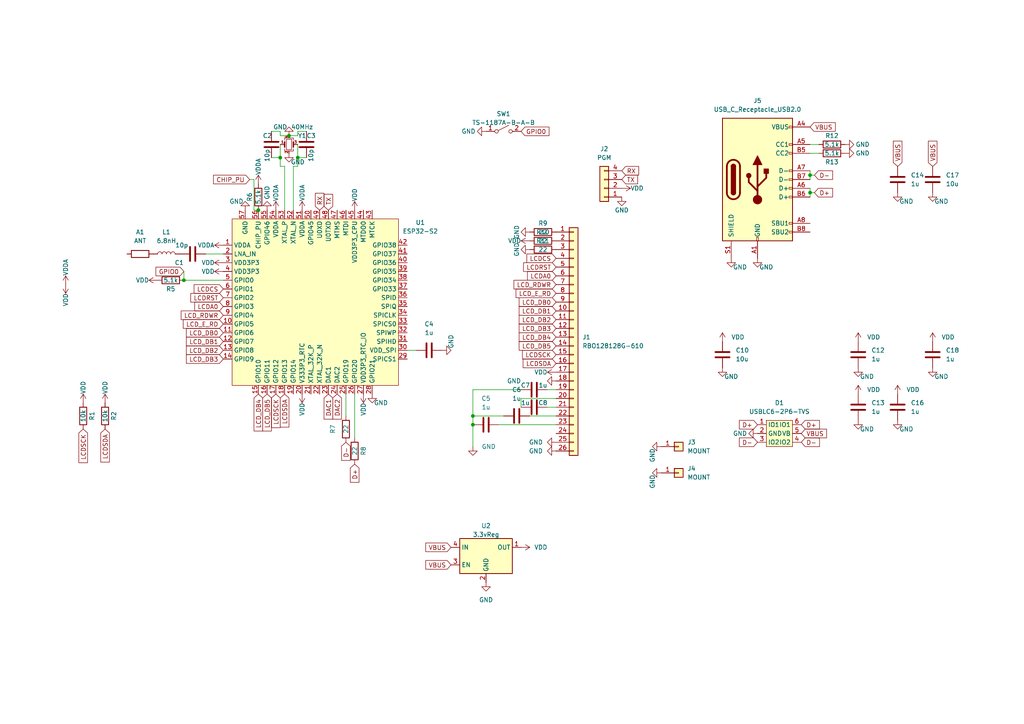
<source format=kicad_sch>
(kicad_sch (version 20211123) (generator eeschema)
  (paper "A4")
  (lib_symbols
    (symbol "Connector:USB_C_Receptacle_USB2.0" (pin_names (offset 1.016))
      (property "Reference" "J" (at -10.16 19.05 0))
      (property "Value" "USB_C_Receptacle_USB2.0" (at 19.05 19.05 0))
      (symbol "USB_C_Receptacle_USB2.0_0_0"
        (rectangle (start -0.254 -17.78) (end 0.254 -16.764))
        (rectangle (start 10.16 -14.986) (end 9.144 -15.494))
        (rectangle (start 10.16 -12.446) (end 9.144 -12.954))
        (rectangle (start 10.16 -4.826) (end 9.144 -5.334))
        (rectangle (start 10.16 -2.286) (end 9.144 -2.794))
        (rectangle (start 10.16 0.254) (end 9.144 -0.254))
        (rectangle (start 10.16 2.794) (end 9.144 2.286))
        (rectangle (start 10.16 7.874) (end 9.144 7.366))
        (rectangle (start 10.16 10.414) (end 9.144 9.906))
        (rectangle (start 10.16 15.494) (end 9.144 14.986))
      )
      (symbol "USB_C_Receptacle_USB2.0_0_1"
        (rectangle (start -10.16 17.78) (end 10.16 -17.78) (stroke (width 0.254)) (fill (type background)))
        (arc (start -8.89 -3.81) (mid -6.985 -5.715) (end -5.08 -3.81) (stroke (width 0.508)))
        (arc (start -7.62 -3.81) (mid -6.985 -4.445) (end -6.35 -3.81) (stroke (width 0.254)))
        (arc (start -7.62 -3.81) (mid -6.985 -4.445) (end -6.35 -3.81) (stroke (width 0.254)) (fill (type outline)))
        (rectangle (start -7.62 -3.81) (end -6.35 3.81) (stroke (width 0.254)) (fill (type outline)))
        (arc (start -6.35 3.81) (mid -6.985 4.445) (end -7.62 3.81) (stroke (width 0.254)))
        (arc (start -6.35 3.81) (mid -6.985 4.445) (end -7.62 3.81) (stroke (width 0.254)) (fill (type outline)))
        (arc (start -5.08 3.81) (mid -6.985 5.715) (end -8.89 3.81) (stroke (width 0.508)))
        (circle (center -2.54 1.143) (radius 0.635) (stroke (width 0.254)) (fill (type outline)))
        (circle (center 0 -5.842) (radius 1.27) (fill (type outline)))
        (polyline (pts (xy -8.89 -3.81) (xy -8.89 3.81)) (stroke (width 0.508)))
        (polyline (pts (xy -5.08 3.81) (xy -5.08 -3.81)) (stroke (width 0.508)))
        (polyline (pts (xy 0 -5.842) (xy 0 4.318)) (stroke (width 0.508)))
        (polyline (pts (xy 0 -3.302) (xy -2.54 -0.762) (xy -2.54 0.508)) (stroke (width 0.508)))
        (polyline (pts (xy 0 -2.032) (xy 2.54 0.508) (xy 2.54 1.778)) (stroke (width 0.508)))
        (polyline (pts (xy -1.27 4.318) (xy 0 6.858) (xy 1.27 4.318) (xy -1.27 4.318)) (stroke (width 0.254)) (fill (type outline)))
        (rectangle (start 1.905 1.778) (end 3.175 3.048) (stroke (width 0.254)) (fill (type outline)))
      )
      (symbol "USB_C_Receptacle_USB2.0_1_1"
        (pin passive line (at 0 -22.86 90) (length 5.08) (name "GND") (number "A1"))
        (pin passive line (at 0 -22.86 90) (length 5.08) hide (name "GND") (number "A12"))
        (pin passive line (at 15.24 15.24 180) (length 5.08) (name "VBUS") (number "A4"))
        (pin bidirectional line (at 15.24 10.16 180) (length 5.08) (name "CC1") (number "A5"))
        (pin bidirectional line (at 15.24 -2.54 180) (length 5.08) (name "D+") (number "A6"))
        (pin bidirectional line (at 15.24 2.54 180) (length 5.08) (name "D-") (number "A7"))
        (pin bidirectional line (at 15.24 -12.7 180) (length 5.08) (name "SBU1") (number "A8"))
        (pin passive line (at 15.24 15.24 180) (length 5.08) hide (name "VBUS") (number "A9"))
        (pin passive line (at 0 -22.86 90) (length 5.08) hide (name "GND") (number "B1"))
        (pin passive line (at 0 -22.86 90) (length 5.08) hide (name "GND") (number "B12"))
        (pin passive line (at 15.24 15.24 180) (length 5.08) hide (name "VBUS") (number "B4"))
        (pin bidirectional line (at 15.24 7.62 180) (length 5.08) (name "CC2") (number "B5"))
        (pin bidirectional line (at 15.24 -5.08 180) (length 5.08) (name "D+") (number "B6"))
        (pin bidirectional line (at 15.24 0 180) (length 5.08) (name "D-") (number "B7"))
        (pin bidirectional line (at 15.24 -15.24 180) (length 5.08) (name "SBU2") (number "B8"))
        (pin passive line (at 15.24 15.24 180) (length 5.08) hide (name "VBUS") (number "B9"))
        (pin passive line (at -7.62 -22.86 90) (length 5.08) (name "SHIELD") (number "S1"))
      )
    )
    (symbol "Connector_Generic:Conn_01x01" (pin_names (offset 1.016) hide)
      (property "Reference" "J" (at 0 2.54 0))
      (property "Value" "Conn_01x01" (at 0 -2.54 0))
      (symbol "Conn_01x01_1_1"
        (rectangle (start -1.27 0.127) (end 0 -0.127) (stroke (width 0.1524)))
        (rectangle (start -1.27 1.27) (end 1.27 -1.27) (stroke (width 0.254)) (fill (type background)))
        (pin passive line (at -5.08 0 0) (length 3.81) (name "Pin_1") (number "1"))
      )
    )
    (symbol "Connector_Generic:Conn_01x04" (pin_names (offset 1.016) hide)
      (property "Reference" "J" (at 0 5.08 0))
      (property "Value" "Conn_01x04" (at 0 -7.62 0))
      (symbol "Conn_01x04_1_1"
        (rectangle (start -1.27 -4.953) (end 0 -5.207) (stroke (width 0.1524)))
        (rectangle (start -1.27 -2.413) (end 0 -2.667) (stroke (width 0.1524)))
        (rectangle (start -1.27 0.127) (end 0 -0.127) (stroke (width 0.1524)))
        (rectangle (start -1.27 2.667) (end 0 2.413) (stroke (width 0.1524)))
        (rectangle (start -1.27 3.81) (end 1.27 -6.35) (stroke (width 0.254)) (fill (type background)))
        (pin passive line (at -5.08 2.54 0) (length 3.81) (name "Pin_1") (number "1"))
        (pin passive line (at -5.08 0 0) (length 3.81) (name "Pin_2") (number "2"))
        (pin passive line (at -5.08 -2.54 0) (length 3.81) (name "Pin_3") (number "3"))
        (pin passive line (at -5.08 -5.08 0) (length 3.81) (name "Pin_4") (number "4"))
      )
    )
    (symbol "Connector_Generic:Conn_01x26" (pin_names (offset 1.016) hide)
      (property "Reference" "J" (at 0 33.02 0))
      (property "Value" "Conn_01x26" (at 0 -35.56 0))
      (symbol "Conn_01x26_1_1"
        (rectangle (start -1.27 -32.893) (end 0 -33.147) (stroke (width 0.1524)))
        (rectangle (start -1.27 -30.353) (end 0 -30.607) (stroke (width 0.1524)))
        (rectangle (start -1.27 -27.813) (end 0 -28.067) (stroke (width 0.1524)))
        (rectangle (start -1.27 -25.273) (end 0 -25.527) (stroke (width 0.1524)))
        (rectangle (start -1.27 -22.733) (end 0 -22.987) (stroke (width 0.1524)))
        (rectangle (start -1.27 -20.193) (end 0 -20.447) (stroke (width 0.1524)))
        (rectangle (start -1.27 -17.653) (end 0 -17.907) (stroke (width 0.1524)))
        (rectangle (start -1.27 -15.113) (end 0 -15.367) (stroke (width 0.1524)))
        (rectangle (start -1.27 -12.573) (end 0 -12.827) (stroke (width 0.1524)))
        (rectangle (start -1.27 -10.033) (end 0 -10.287) (stroke (width 0.1524)))
        (rectangle (start -1.27 -7.493) (end 0 -7.747) (stroke (width 0.1524)))
        (rectangle (start -1.27 -4.953) (end 0 -5.207) (stroke (width 0.1524)))
        (rectangle (start -1.27 -2.413) (end 0 -2.667) (stroke (width 0.1524)))
        (rectangle (start -1.27 0.127) (end 0 -0.127) (stroke (width 0.1524)))
        (rectangle (start -1.27 2.667) (end 0 2.413) (stroke (width 0.1524)))
        (rectangle (start -1.27 5.207) (end 0 4.953) (stroke (width 0.1524)))
        (rectangle (start -1.27 7.747) (end 0 7.493) (stroke (width 0.1524)))
        (rectangle (start -1.27 10.287) (end 0 10.033) (stroke (width 0.1524)))
        (rectangle (start -1.27 12.827) (end 0 12.573) (stroke (width 0.1524)))
        (rectangle (start -1.27 15.367) (end 0 15.113) (stroke (width 0.1524)))
        (rectangle (start -1.27 17.907) (end 0 17.653) (stroke (width 0.1524)))
        (rectangle (start -1.27 20.447) (end 0 20.193) (stroke (width 0.1524)))
        (rectangle (start -1.27 22.987) (end 0 22.733) (stroke (width 0.1524)))
        (rectangle (start -1.27 25.527) (end 0 25.273) (stroke (width 0.1524)))
        (rectangle (start -1.27 28.067) (end 0 27.813) (stroke (width 0.1524)))
        (rectangle (start -1.27 30.607) (end 0 30.353) (stroke (width 0.1524)))
        (rectangle (start -1.27 31.75) (end 1.27 -34.29) (stroke (width 0.254)) (fill (type background)))
        (pin passive line (at -5.08 30.48 0) (length 3.81) (name "Pin_1") (number "1"))
        (pin passive line (at -5.08 7.62 0) (length 3.81) (name "Pin_10") (number "10"))
        (pin passive line (at -5.08 5.08 0) (length 3.81) (name "Pin_11") (number "11"))
        (pin passive line (at -5.08 2.54 0) (length 3.81) (name "Pin_12") (number "12"))
        (pin passive line (at -5.08 0 0) (length 3.81) (name "Pin_13") (number "13"))
        (pin passive line (at -5.08 -2.54 0) (length 3.81) (name "Pin_14") (number "14"))
        (pin passive line (at -5.08 -5.08 0) (length 3.81) (name "Pin_15") (number "15"))
        (pin passive line (at -5.08 -7.62 0) (length 3.81) (name "Pin_16") (number "16"))
        (pin passive line (at -5.08 -10.16 0) (length 3.81) (name "Pin_17") (number "17"))
        (pin passive line (at -5.08 -12.7 0) (length 3.81) (name "Pin_18") (number "18"))
        (pin passive line (at -5.08 -15.24 0) (length 3.81) (name "Pin_19") (number "19"))
        (pin passive line (at -5.08 27.94 0) (length 3.81) (name "Pin_2") (number "2"))
        (pin passive line (at -5.08 -17.78 0) (length 3.81) (name "Pin_20") (number "20"))
        (pin passive line (at -5.08 -20.32 0) (length 3.81) (name "Pin_21") (number "21"))
        (pin passive line (at -5.08 -22.86 0) (length 3.81) (name "Pin_22") (number "22"))
        (pin passive line (at -5.08 -25.4 0) (length 3.81) (name "Pin_23") (number "23"))
        (pin passive line (at -5.08 -27.94 0) (length 3.81) (name "Pin_24") (number "24"))
        (pin passive line (at -5.08 -30.48 0) (length 3.81) (name "Pin_25") (number "25"))
        (pin passive line (at -5.08 -33.02 0) (length 3.81) (name "Pin_26") (number "26"))
        (pin passive line (at -5.08 25.4 0) (length 3.81) (name "Pin_3") (number "3"))
        (pin passive line (at -5.08 22.86 0) (length 3.81) (name "Pin_4") (number "4"))
        (pin passive line (at -5.08 20.32 0) (length 3.81) (name "Pin_5") (number "5"))
        (pin passive line (at -5.08 17.78 0) (length 3.81) (name "Pin_6") (number "6"))
        (pin passive line (at -5.08 15.24 0) (length 3.81) (name "Pin_7") (number "7"))
        (pin passive line (at -5.08 12.7 0) (length 3.81) (name "Pin_8") (number "8"))
        (pin passive line (at -5.08 10.16 0) (length 3.81) (name "Pin_9") (number "9"))
      )
    )
    (symbol "Device:C" (pin_numbers hide) (pin_names (offset 0.254))
      (property "Reference" "C" (at 0.635 2.54 0))
      (property "Value" "C" (at 0.635 -2.54 0))
      (symbol "C_0_1"
        (polyline (pts (xy -2.032 -0.762) (xy 2.032 -0.762)) (stroke (width 0.508)))
        (polyline (pts (xy -2.032 0.762) (xy 2.032 0.762)) (stroke (width 0.508)))
      )
      (symbol "C_1_1"
        (pin passive line (at 0 3.81 270) (length 2.794) (name "~") (number "1"))
        (pin passive line (at 0 -3.81 90) (length 2.794) (name "~") (number "2"))
      )
    )
    (symbol "Device:Crystal_GND24_Small" (pin_names (offset 1.016) hide)
      (property "Reference" "Y" (at 1.27 4.445 0))
      (property "Value" "Crystal_GND24_Small" (at 1.27 2.54 0))
      (symbol "Crystal_GND24_Small_0_1"
        (rectangle (start -0.762 -1.524) (end 0.762 1.524))
        (polyline (pts (xy -1.27 -0.762) (xy -1.27 0.762)) (stroke (width 0.381)))
        (polyline (pts (xy 1.27 -0.762) (xy 1.27 0.762)) (stroke (width 0.381)))
        (polyline (pts (xy -1.27 -1.27) (xy -1.27 -1.905) (xy 1.27 -1.905) (xy 1.27 -1.27)))
        (polyline (pts (xy -1.27 1.27) (xy -1.27 1.905) (xy 1.27 1.905) (xy 1.27 1.27)))
      )
      (symbol "Crystal_GND24_Small_1_1"
        (pin passive line (at -2.54 0 0) (length 1.27) (name "1") (number "1"))
        (pin passive line (at 0 -2.54 90) (length 0.635) (name "2") (number "2"))
        (pin passive line (at 2.54 0 180) (length 1.27) (name "3") (number "3"))
        (pin passive line (at 0 2.54 270) (length 0.635) (name "4") (number "4"))
      )
    )
    (symbol "Device:L" (pin_numbers hide) (pin_names (offset 1.016) hide)
      (property "Reference" "L" (at -1.27 0 90))
      (property "Value" "L" (at 1.905 0 90))
      (symbol "L_0_1"
        (arc (start 0 -2.54) (mid 0.635 -1.905) (end 0 -1.27))
        (arc (start 0 -1.27) (mid 0.635 -0.635) (end 0 0))
        (arc (start 0 0) (mid 0.635 0.635) (end 0 1.27))
        (arc (start 0 1.27) (mid 0.635 1.905) (end 0 2.54))
      )
      (symbol "L_1_1"
        (pin passive line (at 0 3.81 270) (length 1.27) (name "1") (number "1"))
        (pin passive line (at 0 -3.81 90) (length 1.27) (name "2") (number "2"))
      )
    )
    (symbol "Device:R" (pin_numbers hide) (pin_names (offset 0))
      (property "Reference" "R" (at 2.032 0 90))
      (property "Value" "R" (at 0 0 90))
      (symbol "R_0_1"
        (rectangle (start -1.016 -2.54) (end 1.016 2.54) (stroke (width 0.254)))
      )
      (symbol "R_1_1"
        (pin passive line (at 0 3.81 270) (length 1.27) (name "~") (number "1"))
        (pin passive line (at 0 -3.81 90) (length 1.27) (name "~") (number "2"))
      )
    )
    (symbol "Regulator_Linear:NCP115AMX120TCG"
      (property "Reference" "U" (at 2.54 10.16 0))
      (property "Value" "NCP115AMX120TCG" (at 10.16 7.62 0))
      (symbol "NCP115AMX120TCG_0_1"
        (rectangle (start -7.62 5.08) (end 7.62 -5.08) (stroke (width 0.254)) (fill (type background)))
      )
      (symbol "NCP115AMX120TCG_1_1"
        (pin power_out line (at 10.16 2.54 180) (length 2.54) (name "OUT") (number "1"))
        (pin power_in line (at 0 -7.62 90) (length 2.54) (name "GND") (number "2"))
        (pin input line (at -10.16 -2.54 0) (length 2.54) (name "EN") (number "3"))
        (pin power_in line (at -10.16 2.54 0) (length 2.54) (name "IN") (number "4"))
        (pin passive line (at 0 -7.62 90) (length 2.54) hide (name "GND") (number "5"))
      )
    )
    (symbol "Switch:SW_SPST" (pin_names (offset 0) hide)
      (property "Reference" "SW" (at 0 3.175 0))
      (property "Value" "SW_SPST" (at 0 -2.54 0))
      (symbol "SW_SPST_0_0"
        (circle (center -2.032 0) (radius 0.508))
        (polyline (pts (xy -1.524 0.254) (xy 1.524 1.778)))
        (circle (center 2.032 0) (radius 0.508))
      )
      (symbol "SW_SPST_1_1"
        (pin passive line (at -5.08 0 0) (length 2.54) (name "A") (number "1"))
        (pin passive line (at 5.08 0 180) (length 2.54) (name "B") (number "2"))
      )
    )
    (symbol "USBLC6-2P6-TVS:USBLC6-2P6-TVS"
      (property "Reference" "D" (at 0 -5.08 0))
      (property "Value" "USBLC6-2P6-TVS" (at 0 5.08 0))
      (symbol "USBLC6-2P6-TVS_0_1"
        (rectangle (start -3.81 3.81) (end 3.81 -3.81) (fill (type background)))
      )
      (symbol "USBLC6-2P6-TVS_1_1"
        (pin bidirectional line (at -6.35 2.54 0) (length 2.54) (name "IO1") (number "1"))
        (pin bidirectional line (at -6.35 0 0) (length 2.54) (name "GND") (number "2"))
        (pin bidirectional line (at -6.35 -2.54 0) (length 2.54) (name "IO2") (number "3"))
        (pin bidirectional line (at 6.35 -2.54 180) (length 2.54) (name "IO2") (number "4"))
        (pin bidirectional line (at 6.35 0 180) (length 2.54) (name "VB") (number "5"))
        (pin bidirectional line (at 6.35 2.54 180) (length 2.54) (name "IO1") (number "6"))
      )
    )
    (symbol "esp32s2:ESP32-S2"
      (property "Reference" "U" (at 0 6.35 0))
      (property "Value" "ESP32-S2" (at 0 1.27 0))
      (symbol "ESP32-S2_0_1"
        (rectangle (start -24.13 24.13) (end 24.13 -24.13) (stroke (width 0.1524)) (fill (type background)))
      )
      (symbol "ESP32-S2_1_1"
        (pin bidirectional line (at -26.67 16.51 0) (length 2.54) (name "VDDA") (number "1"))
        (pin bidirectional line (at -26.67 -6.35 0) (length 2.54) (name "GPIO5") (number "10"))
        (pin bidirectional line (at -26.67 -8.89 0) (length 2.54) (name "GPIO6") (number "11"))
        (pin bidirectional line (at -26.67 -11.43 0) (length 2.54) (name "GPIO7") (number "12"))
        (pin bidirectional line (at -26.67 -13.97 0) (length 2.54) (name "GPIO8") (number "13"))
        (pin bidirectional line (at -26.67 -16.51 0) (length 2.54) (name "GPIO9") (number "14"))
        (pin bidirectional line (at -16.51 -26.67 90) (length 2.54) (name "GPIO10") (number "15"))
        (pin bidirectional line (at -13.97 -26.67 90) (length 2.54) (name "GPIO11") (number "16"))
        (pin bidirectional line (at -11.43 -26.67 90) (length 2.54) (name "GPIO12") (number "17"))
        (pin bidirectional line (at -8.89 -26.67 90) (length 2.54) (name "GPIO13") (number "18"))
        (pin bidirectional line (at -6.35 -26.67 90) (length 2.54) (name "GPIO14") (number "19"))
        (pin bidirectional line (at -26.67 13.97 0) (length 2.54) (name "LNA_IN") (number "2"))
        (pin bidirectional line (at -3.81 -26.67 90) (length 2.54) (name "V333P3_RTC") (number "20"))
        (pin bidirectional line (at -1.27 -26.67 90) (length 2.54) (name "XTAL_32K_P") (number "21"))
        (pin bidirectional line (at 1.27 -26.67 90) (length 2.54) (name "XTAL_32K_N") (number "22"))
        (pin bidirectional line (at 3.81 -26.67 90) (length 2.54) (name "DAC1") (number "23"))
        (pin bidirectional line (at 6.35 -26.67 90) (length 2.54) (name "DAC2") (number "24"))
        (pin bidirectional line (at 8.89 -26.67 90) (length 2.54) (name "GPIO19") (number "25"))
        (pin bidirectional line (at 11.43 -26.67 90) (length 2.54) (name "GPIO20") (number "26"))
        (pin bidirectional line (at 13.97 -26.67 90) (length 2.54) (name "VDD3P3_RTC_IO") (number "27"))
        (pin bidirectional line (at 16.51 -26.67 90) (length 2.54) (name "GPIO21") (number "28"))
        (pin bidirectional line (at 26.67 -16.51 180) (length 2.54) (name "SPICS1") (number "29"))
        (pin bidirectional line (at -26.67 11.43 0) (length 2.54) (name "VDD3P3") (number "3"))
        (pin bidirectional line (at 26.67 -13.97 180) (length 2.54) (name "VDD_SPI") (number "30"))
        (pin bidirectional line (at 26.67 -11.43 180) (length 2.54) (name "SPIHD") (number "31"))
        (pin bidirectional line (at 26.67 -8.89 180) (length 2.54) (name "SPIWP") (number "32"))
        (pin bidirectional line (at 26.67 -6.35 180) (length 2.54) (name "SPICS0") (number "33"))
        (pin bidirectional line (at 26.67 -3.81 180) (length 2.54) (name "SPICLK") (number "34"))
        (pin bidirectional line (at 26.67 -1.27 180) (length 2.54) (name "SPIQ") (number "35"))
        (pin bidirectional line (at 26.67 1.27 180) (length 2.54) (name "SPID") (number "36"))
        (pin bidirectional line (at 26.67 3.81 180) (length 2.54) (name "GPIO33") (number "37"))
        (pin bidirectional line (at 26.67 6.35 180) (length 2.54) (name "GPIO34") (number "38"))
        (pin bidirectional line (at 26.67 8.89 180) (length 2.54) (name "GPIO35") (number "39"))
        (pin bidirectional line (at -26.67 8.89 0) (length 2.54) (name "VDD3P3") (number "4"))
        (pin bidirectional line (at 26.67 11.43 180) (length 2.54) (name "GPIO36") (number "40"))
        (pin bidirectional line (at 26.67 13.97 180) (length 2.54) (name "GPIO37") (number "41"))
        (pin bidirectional line (at 26.67 16.51 180) (length 2.54) (name "GPIO38") (number "42"))
        (pin bidirectional line (at 16.51 26.67 270) (length 2.54) (name "MTCK") (number "43"))
        (pin bidirectional line (at 13.97 26.67 270) (length 2.54) (name "MTDO0") (number "44"))
        (pin bidirectional line (at 11.43 26.67 270) (length 2.54) (name "VDD3P3_CPU") (number "45"))
        (pin bidirectional line (at 8.89 26.67 270) (length 2.54) (name "MTDI") (number "46"))
        (pin bidirectional line (at 6.35 26.67 270) (length 2.54) (name "MTMS") (number "47"))
        (pin bidirectional line (at 3.81 26.67 270) (length 2.54) (name "U0TXD") (number "48"))
        (pin bidirectional line (at 1.27 26.67 270) (length 2.54) (name "U0XD") (number "49"))
        (pin bidirectional line (at -26.67 6.35 0) (length 2.54) (name "GPIO0") (number "5"))
        (pin bidirectional line (at -1.27 26.67 270) (length 2.54) (name "GPIO45") (number "50"))
        (pin bidirectional line (at -3.81 26.67 270) (length 2.54) (name "VDDA") (number "51"))
        (pin bidirectional line (at -6.35 26.67 270) (length 2.54) (name "XTAL_N") (number "52"))
        (pin bidirectional line (at -8.89 26.67 270) (length 2.54) (name "XTAL_P") (number "53"))
        (pin bidirectional line (at -11.43 26.67 270) (length 2.54) (name "VDDA") (number "54"))
        (pin bidirectional line (at -13.97 26.67 270) (length 2.54) (name "GPIO46") (number "55"))
        (pin bidirectional line (at -16.51 26.67 270) (length 2.54) (name "CHIP_PU") (number "56"))
        (pin bidirectional line (at -20.32 26.67 270) (length 2.54) (name "GND") (number "57"))
        (pin bidirectional line (at -26.67 3.81 0) (length 2.54) (name "GPIO1") (number "6"))
        (pin bidirectional line (at -26.67 1.27 0) (length 2.54) (name "GPIO2") (number "7"))
        (pin bidirectional line (at -26.67 -1.27 0) (length 2.54) (name "GPIO3") (number "8"))
        (pin bidirectional line (at -26.67 -3.81 0) (length 2.54) (name "GPIO4") (number "9"))
      )
    )
    (symbol "power:GND" (power) (pin_names (offset 0))
      (property "Value" "GND" (at 0 -3.81 0))
      (symbol "GND_0_1"
        (polyline (pts (xy 0 0) (xy 0 -1.27) (xy 1.27 -1.27) (xy 0 -2.54) (xy -1.27 -1.27) (xy 0 -1.27)))
      )
      (symbol "GND_1_1"
        (pin power_in line (at 0 0 270) (length 0) hide (name "GND") (number "1"))
      )
    )
    (symbol "power:VDD" (power) (pin_names (offset 0))
      (property "Value" "VDD" (at 0 3.81 0))
      (symbol "VDD_0_1"
        (polyline (pts (xy -0.762 1.27) (xy 0 2.54)))
        (polyline (pts (xy 0 0) (xy 0 2.54)))
        (polyline (pts (xy 0 2.54) (xy 0.762 1.27)))
      )
      (symbol "VDD_1_1"
        (pin power_in line (at 0 0 90) (length 0) hide (name "VDD") (number "1"))
      )
    )
    (symbol "power:VDDA" (power) (pin_names (offset 0))
      (property "Value" "VDDA" (at 0 3.81 0))
      (symbol "VDDA_0_1"
        (polyline (pts (xy -0.762 1.27) (xy 0 2.54)))
        (polyline (pts (xy 0 0) (xy 0 2.54)))
        (polyline (pts (xy 0 2.54) (xy 0.762 1.27)))
      )
      (symbol "VDDA_1_1"
        (pin power_in line (at 0 0 90) (length 0) hide (name "VDDA") (number "1"))
      )
    )
  )
  (junction (at 137.16 120.65))
  (junction (at 81.28 45.72))
  (junction (at 234.95 50.8))
  (junction (at 83.82 39.37))
  (junction (at 234.95 55.88))
  (junction (at 86.36 45.72))
  (junction (at 53.34 81.28))
  (junction (at 137.16 123.19))
  (junction (at 74.93 60.96))
  (wire (pts (xy 158.75 118.11) (xy 161.29 118.11)))
  (wire (pts (xy 102.87 114.3) (xy 102.87 127)))
  (wire (pts (xy 234.95 55.88) (xy 236.22 55.88)))
  (wire (pts (xy 86.36 48.26) (xy 86.36 45.72)))
  (wire (pts (xy 53.34 78.74) (xy 53.34 81.28)))
  (wire (pts (xy 81.28 38.1) (xy 78.74 38.1)))
  (wire (pts (xy 59.69 73.66) (xy 64.77 73.66)))
  (wire (pts (xy 83.82 39.37) (xy 81.28 39.37)))
  (wire (pts (xy 81.28 45.72) (xy 81.28 41.91)))
  (wire (pts (xy 158.75 113.03) (xy 161.29 113.03)))
  (wire (pts (xy 151.13 115.57) (xy 161.29 115.57)))
  (wire (pts (xy 234.95 44.45) (xy 237.49 44.45)))
  (wire (pts (xy 73.66 52.07) (xy 73.66 60.96)))
  (wire (pts (xy 234.95 50.8) (xy 234.95 52.07)))
  (wire (pts (xy 234.95 55.88) (xy 234.95 57.15)))
  (wire (pts (xy 83.82 39.37) (xy 86.36 39.37)))
  (wire (pts (xy 86.36 45.72) (xy 88.9 45.72)))
  (wire (pts (xy 137.16 120.65) (xy 146.05 120.65)))
  (wire (pts (xy 151.13 113.03) (xy 137.16 113.03)))
  (wire (pts (xy 100.33 114.3) (xy 100.33 120.65)))
  (wire (pts (xy 53.34 81.28) (xy 64.77 81.28)))
  (wire (pts (xy 151.13 118.11) (xy 151.13 115.57)))
  (wire (pts (xy 234.95 41.91) (xy 237.49 41.91)))
  (wire (pts (xy 118.11 101.6) (xy 120.65 101.6)))
  (wire (pts (xy 72.39 52.07) (xy 73.66 52.07)))
  (wire (pts (xy 153.67 120.65) (xy 161.29 120.65)))
  (wire (pts (xy 137.16 123.19) (xy 137.16 129.54)))
  (wire (pts (xy 86.36 39.37) (xy 86.36 38.1)))
  (wire (pts (xy 234.95 50.8) (xy 236.22 50.8)))
  (wire (pts (xy 86.36 38.1) (xy 88.9 38.1)))
  (wire (pts (xy 73.66 60.96) (xy 74.93 60.96)))
  (wire (pts (xy 85.09 48.26) (xy 86.36 48.26)))
  (wire (pts (xy 137.16 120.65) (xy 137.16 123.19)))
  (wire (pts (xy 234.95 49.53) (xy 234.95 50.8)))
  (wire (pts (xy 144.78 123.19) (xy 161.29 123.19)))
  (wire (pts (xy 81.28 39.37) (xy 81.28 38.1)))
  (wire (pts (xy 85.09 60.96) (xy 85.09 48.26)))
  (wire (pts (xy 78.74 45.72) (xy 81.28 45.72)))
  (wire (pts (xy 81.28 48.26) (xy 81.28 45.72)))
  (wire (pts (xy 82.55 60.96) (xy 82.55 48.26)))
  (wire (pts (xy 82.55 48.26) (xy 81.28 48.26)))
  (wire (pts (xy 86.36 45.72) (xy 86.36 41.91)))
  (wire (pts (xy 137.16 113.03) (xy 137.16 120.65)))
  (wire (pts (xy 234.95 54.61) (xy 234.95 55.88)))
  (global_label "GPIO0" (shape input) (at 53.34 78.74 180) (property "Intersheet References" "${INTERSHEET_REFS}" (effects hide)))
  (global_label "LCD_DB0" (shape input) (at 161.29 87.63 180) (property "Intersheet References" "${INTERSHEET_REFS}" (effects hide)))
  (global_label "LCD_DB0" (shape input) (at 64.77 96.52 180) (property "Intersheet References" "${INTERSHEET_REFS}" (effects hide)))
  (global_label "LCD_DB2" (shape input) (at 64.77 101.6 180) (property "Intersheet References" "${INTERSHEET_REFS}" (effects hide)))
  (global_label "TX" (shape input) (at 180.34 52.07 0) (property "Intersheet References" "${INTERSHEET_REFS}" (effects hide)))
  (global_label "LCDSCK" (shape input) (at 80.01 114.3 270) (property "Intersheet References" "${INTERSHEET_REFS}" (effects hide)))
  (global_label "LCDCS" (shape input) (at 64.77 83.82 180) (property "Intersheet References" "${INTERSHEET_REFS}" (effects hide)))
  (global_label "D-" (shape input) (at 232.41 128.27 0) (property "Intersheet References" "${INTERSHEET_REFS}" (effects hide)))
  (global_label "LCDSCK" (shape input) (at 24.13 124.46 270) (property "Intersheet References" "${INTERSHEET_REFS}" (effects hide)))
  (global_label "LCD_DB3" (shape input) (at 161.29 95.25 180) (property "Intersheet References" "${INTERSHEET_REFS}" (effects hide)))
  (global_label "LCD_DB2" (shape input) (at 161.29 92.71 180) (property "Intersheet References" "${INTERSHEET_REFS}" (effects hide)))
  (global_label "LCDA0" (shape input) (at 64.77 88.9 180) (property "Intersheet References" "${INTERSHEET_REFS}" (effects hide)))
  (global_label "D+" (shape input) (at 102.87 134.62 270) (property "Intersheet References" "${INTERSHEET_REFS}" (effects hide)))
  (global_label "VBUS" (shape input) (at 130.81 158.75 180) (property "Intersheet References" "${INTERSHEET_REFS}" (effects hide)))
  (global_label "VBUS" (shape input) (at 270.51 48.26 90) (property "Intersheet References" "${INTERSHEET_REFS}" (effects hide)))
  (global_label "LCD_RDWR" (shape input) (at 64.77 91.44 180) (property "Intersheet References" "${INTERSHEET_REFS}" (effects hide)))
  (global_label "RX" (shape input) (at 92.71 60.96 90) (property "Intersheet References" "${INTERSHEET_REFS}" (effects hide)))
  (global_label "LCDSDA" (shape input) (at 161.29 105.41 180) (property "Intersheet References" "${INTERSHEET_REFS}" (effects hide)))
  (global_label "LCD_DB4" (shape input) (at 161.29 97.79 180) (property "Intersheet References" "${INTERSHEET_REFS}" (effects hide)))
  (global_label "RX" (shape input) (at 180.34 49.53 0) (property "Intersheet References" "${INTERSHEET_REFS}" (effects hide)))
  (global_label "LCDRST" (shape input) (at 64.77 86.36 180) (property "Intersheet References" "${INTERSHEET_REFS}" (effects hide)))
  (global_label "D+" (shape input) (at 236.22 55.88 0) (property "Intersheet References" "${INTERSHEET_REFS}" (effects hide)))
  (global_label "D-" (shape input) (at 236.22 50.8 0) (property "Intersheet References" "${INTERSHEET_REFS}" (effects hide)))
  (global_label "LCD_DB5" (shape input) (at 77.47 114.3 270) (property "Intersheet References" "${INTERSHEET_REFS}" (effects hide)))
  (global_label "DAC1" (shape input) (at 95.25 114.3 270) (property "Intersheet References" "${INTERSHEET_REFS}" (effects hide)))
  (global_label "LCDSDA" (shape input) (at 82.55 114.3 270) (property "Intersheet References" "${INTERSHEET_REFS}" (effects hide)))
  (global_label "LCDCS" (shape input) (at 161.29 74.93 180) (property "Intersheet References" "${INTERSHEET_REFS}" (effects hide)))
  (global_label "LCD_DB4" (shape input) (at 74.93 114.3 270) (property "Intersheet References" "${INTERSHEET_REFS}" (effects hide)))
  (global_label "LCD_DB1" (shape input) (at 64.77 99.06 180) (property "Intersheet References" "${INTERSHEET_REFS}" (effects hide)))
  (global_label "DAC2" (shape input) (at 97.79 114.3 270) (property "Intersheet References" "${INTERSHEET_REFS}" (effects hide)))
  (global_label "D+" (shape input) (at 232.41 123.19 0) (property "Intersheet References" "${INTERSHEET_REFS}" (effects hide)))
  (global_label "VBUS" (shape input) (at 234.95 36.83 0) (property "Intersheet References" "${INTERSHEET_REFS}" (effects hide)))
  (global_label "TX" (shape input) (at 95.25 60.96 90) (property "Intersheet References" "${INTERSHEET_REFS}" (effects hide)))
  (global_label "LCD_DB3" (shape input) (at 64.77 104.14 180) (property "Intersheet References" "${INTERSHEET_REFS}" (effects hide)))
  (global_label "GPIO0" (shape input) (at 151.13 38.1 0) (property "Intersheet References" "${INTERSHEET_REFS}" (effects hide)))
  (global_label "D-" (shape input) (at 100.33 128.27 270) (property "Intersheet References" "${INTERSHEET_REFS}" (effects hide)))
  (global_label "D-" (shape input) (at 219.71 128.27 180) (property "Intersheet References" "${INTERSHEET_REFS}" (effects hide)))
  (global_label "LCDRST" (shape input) (at 161.29 77.47 180) (property "Intersheet References" "${INTERSHEET_REFS}" (effects hide)))
  (global_label "CHIP_PU" (shape input) (at 72.39 52.07 180) (property "Intersheet References" "${INTERSHEET_REFS}" (effects hide)))
  (global_label "LCDA0" (shape input) (at 161.29 80.01 180) (property "Intersheet References" "${INTERSHEET_REFS}" (effects hide)))
  (global_label "LCDSDA" (shape input) (at 30.48 124.46 270) (property "Intersheet References" "${INTERSHEET_REFS}" (effects hide)))
  (global_label "LCD_RDWR" (shape input) (at 161.29 82.55 180) (property "Intersheet References" "${INTERSHEET_REFS}" (effects hide)))
  (global_label "LCD_DB1" (shape input) (at 161.29 90.17 180) (property "Intersheet References" "${INTERSHEET_REFS}" (effects hide)))
  (global_label "VBUS" (shape input) (at 260.35 48.26 90) (property "Intersheet References" "${INTERSHEET_REFS}" (effects hide)))
  (global_label "LCD_E_RD" (shape input) (at 64.77 93.98 180) (property "Intersheet References" "${INTERSHEET_REFS}" (effects hide)))
  (global_label "LCDSCK" (shape input) (at 161.29 102.87 180) (property "Intersheet References" "${INTERSHEET_REFS}" (effects hide)))
  (global_label "VBUS" (shape input) (at 232.41 125.73 0) (property "Intersheet References" "${INTERSHEET_REFS}" (effects hide)))
  (global_label "LCD_DB5" (shape input) (at 161.29 100.33 180) (property "Intersheet References" "${INTERSHEET_REFS}" (effects hide)))
  (global_label "VBUS" (shape input) (at 130.81 163.83 180) (property "Intersheet References" "${INTERSHEET_REFS}" (effects hide)))
  (global_label "D+" (shape input) (at 219.71 123.19 180) (property "Intersheet References" "${INTERSHEET_REFS}" (effects hide)))
  (global_label "LCD_E_RD" (shape input) (at 161.29 85.09 180) (property "Intersheet References" "${INTERSHEET_REFS}" (effects hide)))
  (symbol (lib_id "power:VDD") (at 30.48 116.84 0) (unit 1)
    (property "Reference" "#PWR0108" (effects hide))
    (property "Value" "VDD" (at 30.48 110.49 90) (effects (justify right)))
  )
  (symbol (lib_id "power:VDD") (at 19.05 82.55 180) (unit 1)
    (property "Reference" "#PWR0128" (effects hide))
    (property "Value" "VDD" (at 19.05 88.9 90) (effects (justify right)))
  )
  (symbol (lib_id "esp32s2:ESP32-S2") (at 91.44 87.63 0) (unit 1)
    (property "Reference" "U1" (at 121.92 64.5412 0))
    (property "Value" "ESP32-S2" (at 121.92 67.0812 0))
    (property "Footprint" "cnhardware:ESP32S2" (effects hide))
    (property "LCSC" "C2840995" (effects hide))
  )
  (symbol (lib_id "power:VDD") (at 260.35 114.3 0) (unit 1)
    (property "Reference" "#PWR0133" (effects hide))
    (property "Value" "VDD" (at 262.89 113.0299 0) (effects (justify left)))
  )
  (symbol (lib_id "power:VDD") (at 248.92 99.06 0) (unit 1)
    (property "Reference" "#PWR0130" (effects hide))
    (property "Value" "VDD" (at 251.46 97.7899 0) (effects (justify left)))
  )
  (symbol (lib_id "Device:C") (at 270.51 102.87 0) (unit 1)
    (property "Reference" "C18" (at 274.32 101.5999 0) (effects (justify left)))
    (property "Value" "1u" (at 274.32 104.1399 0) (effects (justify left)))
    (property "Footprint" "Capacitor_SMD:C_0402_1005Metric" (effects hide))
    (property "LCSC" "C106254" (effects hide))
  )
  (symbol (lib_id "power:GND") (at 209.55 106.68 0) (unit 1)
    (property "Reference" "#PWR0142" (effects hide))
    (property "Value" "GND" (at 212.09 109.22 0))
  )
  (symbol (lib_id "Device:Crystal_GND24_Small") (at 83.82 41.91 0) (unit 1)
    (property "Reference" "Y1" (at 87.63 39.37 0))
    (property "Value" "40MHz" (at 87.63 36.83 0))
    (property "Footprint" "Crystal:Crystal_SMD_2016-4Pin_2.0x1.6mm" (effects hide))
    (property "LCSC" "C648970" (effects hide))
  )
  (symbol (lib_id "Device:R") (at 241.3 41.91 90) (unit 1)
    (property "Reference" "R12" (at 241.3 39.37 90))
    (property "Value" "5.1k" (at 241.3 41.91 90))
    (property "Footprint" "Resistor_SMD:R_0402_1005Metric" (effects hide))
    (property "LCSC" "C105872" (effects hide))
  )
  (symbol (lib_id "Device:R") (at 102.87 130.81 0) (unit 1)
    (property "Reference" "R8" (at 105.41 130.81 90))
    (property "Value" "22" (at 102.87 130.81 90))
    (property "Footprint" "Resistor_SMD:R_0402_1005Metric" (effects hide))
    (property "LCSC" "C25092" (effects hide))
  )
  (symbol (lib_id "power:GND") (at 107.95 114.3 0) (unit 1)
    (property "Reference" "#PWR0115" (effects hide))
    (property "Value" "GND" (at 110.49 116.84 0))
  )
  (symbol (lib_id "power:GND") (at 248.92 106.68 0) (unit 1)
    (property "Reference" "#PWR0129" (effects hide))
    (property "Value" "GND" (at 251.46 109.22 0))
  )
  (symbol (lib_id "Connector_Generic:Conn_01x26") (at 166.37 97.79 0) (unit 1)
    (property "Reference" "J1" (at 168.91 97.7899 0) (effects (justify left)))
    (property "Value" "RBO128128G-610" (at 168.91 100.3299 0) (effects (justify left)))
    (property "Footprint" "cnhardware:RBO128128G-610" (effects hide))
  )
  (symbol (lib_id "Device:C") (at 154.94 118.11 90) (unit 1)
    (property "Reference" "C8" (at 157.48 116.84 90))
    (property "Value" "1u" (at 152.4 116.84 90))
    (property "Footprint" "Capacitor_SMD:C_0402_1005Metric" (effects hide))
    (property "LCSC" "C106254" (effects hide))
  )
  (symbol (lib_id "power:VDDA") (at 74.93 53.34 0) (unit 1)
    (property "Reference" "#PWR0119" (effects hide))
    (property "Value" "VDDA" (at 74.93 50.8 90) (effects (justify left)))
  )
  (symbol (lib_id "Device:R") (at 157.48 67.31 90) (unit 1)
    (property "Reference" "R9" (at 157.48 64.77 90))
    (property "Value" "22" (at 157.48 67.31 90))
    (property "Footprint" "Resistor_SMD:R_0402_1005Metric" (effects hide))
    (property "LCSC" "C25092" (effects hide))
  )
  (symbol (lib_id "Device:R") (at 157.48 72.39 90) (unit 1)
    (property "Reference" "R11" (at 157.48 69.85 90))
    (property "Value" "22" (at 157.48 72.39 90))
    (property "Footprint" "Resistor_SMD:R_0402_1005Metric" (effects hide))
    (property "LCSC" "C25092" (effects hide))
  )
  (symbol (lib_id "power:GND") (at 191.77 137.16 270) (unit 1)
    (property "Reference" "#PWR0145" (effects hide))
    (property "Value" "GND" (at 189.23 139.7 0))
  )
  (symbol (lib_id "power:GND") (at 161.29 110.49 270) (unit 1)
    (property "Reference" "#PWR0148" (effects hide))
    (property "Value" "GND" (at 151.13 110.49 90) (effects (justify right)))
  )
  (symbol (lib_id "power:GND") (at 83.82 44.45 0) (unit 1)
    (property "Reference" "#PWR0124" (effects hide))
    (property "Value" "GND" (at 86.36 46.99 0))
  )
  (symbol (lib_id "Switch:SW_SPST") (at 146.05 38.1 0) (unit 1)
    (property "Reference" "SW1" (at 146.05 33.02 0))
    (property "Value" "TS-1187A-B-A-B" (at 146.05 35.56 0))
    (property "Footprint" "Button_Switch_SMD:SW_SPST_TL3342" (effects hide))
    (property "LCSC" "C318884" (effects hide))
  )
  (symbol (lib_id "power:GND") (at 153.67 67.31 270) (unit 1)
    (property "Reference" "#PWR0150" (effects hide))
    (property "Value" "GND" (at 149.86 67.31 0))
  )
  (symbol (lib_id "power:GND") (at 260.35 55.88 0) (unit 1)
    (property "Reference" "#PWR0102" (effects hide))
    (property "Value" "GND" (at 262.89 58.42 0))
  )
  (symbol (lib_id "USBLC6-2P6-TVS:USBLC6-2P6-TVS") (at 226.06 125.73 0) (unit 1)
    (property "Reference" "D1" (at 226.06 116.84 0))
    (property "Value" "USBLC6-2P6-TVS" (at 226.06 119.38 0))
    (property "Footprint" "Package_TO_SOT_SMD:SOT-666" (effects hide))
    (property "LCSC" "C2827693" (effects hide))
  )
  (symbol (lib_id "Device:C") (at 248.92 118.11 0) (unit 1)
    (property "Reference" "C13" (at 252.73 116.8399 0) (effects (justify left)))
    (property "Value" "1u" (at 252.73 119.3799 0) (effects (justify left)))
    (property "Footprint" "Capacitor_SMD:C_0402_1005Metric" (effects hide))
    (property "LCSC" "C106254" (effects hide))
  )
  (symbol (lib_id "Device:C") (at 55.88 73.66 90) (unit 1)
    (property "Reference" "C1" (at 53.34 76.2 90) (effects (justify left)))
    (property "Value" "10p" (at 54.61 71.12 90) (effects (justify left)))
    (property "Footprint" "Capacitor_SMD:C_0402_1005Metric" (effects hide))
    (property "LCSC" "C106199" (effects hide))
  )
  (symbol (lib_id "power:VDD") (at 161.29 107.95 90) (unit 1)
    (property "Reference" "#PWR0149" (effects hide))
    (property "Value" "VDD" (at 154.94 107.95 90) (effects (justify right)))
  )
  (symbol (lib_id "power:VDD") (at 87.63 114.3 180) (unit 1)
    (property "Reference" "#PWR0118" (effects hide))
    (property "Value" "VDD" (at 87.63 120.65 90) (effects (justify right)))
  )
  (symbol (lib_id "power:GND") (at 260.35 121.92 0) (unit 1)
    (property "Reference" "#PWR0136" (effects hide))
    (property "Value" "GND" (at 262.89 124.46 0))
  )
  (symbol (lib_id "power:VDD") (at 64.77 76.2 90) (unit 1)
    (property "Reference" "#PWR0112" (effects hide))
    (property "Value" "VDD" (at 58.42 76.2 90) (effects (justify right)))
  )
  (symbol (lib_id "Device:R") (at 30.48 120.65 180) (unit 1)
    (property "Reference" "R2" (at 33.02 120.65 90))
    (property "Value" "10k" (at 30.48 120.65 90))
    (property "Footprint" "Resistor_SMD:R_0402_1005Metric" (effects hide))
    (property "LCSC" "C144807" (effects hide))
  )
  (symbol (lib_id "Connector_Generic:Conn_01x04") (at 175.26 54.61 180) (unit 1)
    (property "Reference" "J2" (at 175.26 43.18 0))
    (property "Value" "PGM" (at 175.26 45.72 0))
    (property "Footprint" "Connector_PinHeader_2.54mm:PinHeader_1x04_P2.54mm_Vertical" (effects hide))
    (property "LCSC" "NP" (effects hide))
  )
  (symbol (lib_id "power:VDD") (at 270.51 99.06 0) (unit 1)
    (property "Reference" "#PWR0126" (effects hide))
    (property "Value" "VDD" (at 273.05 97.7899 0) (effects (justify left)))
  )
  (symbol (lib_id "power:GND") (at 71.12 60.96 180) (unit 1)
    (property "Reference" "#PWR0113" (effects hide))
    (property "Value" "GND" (at 68.58 58.42 0))
  )
  (symbol (lib_id "power:GND") (at 140.97 168.91 0) (unit 1)
    (property "Reference" "#PWR0158" (effects hide))
    (property "Value" "GND" (at 140.97 173.99 0))
  )
  (symbol (lib_id "power:VDD") (at 105.41 114.3 180) (unit 1)
    (property "Reference" "#PWR0114" (effects hide))
    (property "Value" "VDD" (at 105.41 120.65 90) (effects (justify right)))
  )
  (symbol (lib_id "Device:C") (at 78.74 41.91 0) (unit 1)
    (property "Reference" "C2" (at 76.2 39.37 0) (effects (justify left)))
    (property "Value" "10p" (at 77.47 46.99 90) (effects (justify left)))
    (property "Footprint" "Capacitor_SMD:C_0402_1005Metric" (effects hide))
    (property "LCSC" "C106199" (effects hide))
  )
  (symbol (lib_id "Device:R") (at 241.3 44.45 90) (unit 1)
    (property "Reference" "R13" (at 241.3 46.99 90))
    (property "Value" "5.1k" (at 241.3 44.45 90))
    (property "Footprint" "Resistor_SMD:R_0402_1005Metric" (effects hide))
    (property "LCSC" "C105872" (effects hide))
  )
  (symbol (lib_id "power:GND") (at 161.29 130.81 270) (unit 1)
    (property "Reference" "#PWR0154" (effects hide))
    (property "Value" "GND" (at 157.48 130.8099 90) (effects (justify right)))
  )
  (symbol (lib_id "power:VDD") (at 180.34 54.61 270) (unit 1)
    (property "Reference" "#PWR0155" (effects hide))
    (property "Value" "VDD" (at 186.69 54.61 90) (effects (justify right)))
  )
  (symbol (lib_id "power:VDD") (at 248.92 114.3 0) (unit 1)
    (property "Reference" "#PWR0134" (effects hide))
    (property "Value" "VDD" (at 251.46 113.0299 0) (effects (justify left)))
  )
  (symbol (lib_id "power:GND") (at 153.67 72.39 270) (unit 1)
    (property "Reference" "#PWR0151" (effects hide))
    (property "Value" "GND" (at 149.86 72.39 0))
  )
  (symbol (lib_id "power:VDD") (at 153.67 69.85 90) (unit 1)
    (property "Reference" "#PWR0152" (effects hide))
    (property "Value" "VDD" (at 147.32 69.85 90) (effects (justify right)))
  )
  (symbol (lib_id "Device:R") (at 40.64 73.66 270) (unit 1)
    (property "Reference" "A1" (at 40.64 67.31 90))
    (property "Value" "ANT" (at 40.64 69.85 90))
    (property "Footprint" "Resistor_SMD:R_1206_3216Metric" (effects hide))
    (property "LCSC" "C127629" (effects hide))
  )
  (symbol (lib_id "power:GND") (at 83.82 39.37 180) (unit 1)
    (property "Reference" "#PWR0123" (effects hide))
    (property "Value" "GND" (at 81.28 36.83 0))
  )
  (symbol (lib_id "power:GND") (at 245.11 44.45 90) (unit 1)
    (property "Reference" "#PWR0101" (effects hide))
    (property "Value" "GND" (at 250.19 44.45 90))
  )
  (symbol (lib_id "power:GND") (at 140.97 38.1 270) (unit 1)
    (property "Reference" "#PWR0156" (effects hide))
    (property "Value" "GND" (at 135.89 38.1 90))
  )
  (symbol (lib_id "power:GND") (at 219.71 74.93 0) (unit 1)
    (property "Reference" "#PWR0105" (effects hide))
    (property "Value" "GND" (at 222.25 77.47 0))
  )
  (symbol (lib_id "power:GND") (at 270.51 106.68 0) (unit 1)
    (property "Reference" "#PWR0127" (effects hide))
    (property "Value" "GND" (at 273.05 109.22 0))
  )
  (symbol (lib_id "Device:C") (at 209.55 102.87 0) (unit 1)
    (property "Reference" "C10" (at 213.36 101.5999 0) (effects (justify left)))
    (property "Value" "10u" (at 213.36 104.1399 0) (effects (justify left)))
    (property "Footprint" "Capacitor_SMD:C_0603_1608Metric" (effects hide))
    (property "LCSC" "C18800" (effects hide))
  )
  (symbol (lib_id "power:GND") (at 191.77 129.54 270) (unit 1)
    (property "Reference" "#PWR0144" (effects hide))
    (property "Value" "GND" (at 189.23 132.08 0))
  )
  (symbol (lib_id "power:VDD") (at 151.13 158.75 270) (unit 1)
    (property "Reference" "#PWR0159" (effects hide))
    (property "Value" "VDD" (at 154.94 158.7499 90) (effects (justify left)))
  )
  (symbol (lib_id "Device:R") (at 157.48 69.85 90) (unit 1)
    (property "Reference" "R10" (at 157.48 67.31 90))
    (property "Value" "22" (at 157.48 69.85 90))
    (property "Footprint" "Resistor_SMD:R_0402_1005Metric" (effects hide))
    (property "LCSC" "C25092" (effects hide))
  )
  (symbol (lib_id "power:VDD") (at 102.87 60.96 0) (unit 1)
    (property "Reference" "#PWR0116" (effects hide))
    (property "Value" "VDD" (at 102.87 54.61 90) (effects (justify right)))
  )
  (symbol (lib_id "Device:R") (at 24.13 120.65 180) (unit 1)
    (property "Reference" "R1" (at 26.67 120.65 90))
    (property "Value" "10k" (at 24.13 120.65 90))
    (property "Footprint" "Resistor_SMD:R_0402_1005Metric" (effects hide))
    (property "LCSC" "C144807" (effects hide))
  )
  (symbol (lib_id "power:VDD") (at 64.77 78.74 90) (unit 1)
    (property "Reference" "#PWR0110" (effects hide))
    (property "Value" "VDD" (at 58.42 78.74 90) (effects (justify right)))
  )
  (symbol (lib_id "power:GND") (at 77.47 60.96 180) (unit 1)
    (property "Reference" "#PWR0120" (effects hide))
    (property "Value" "GND" (at 77.47 55.88 90))
  )
  (symbol (lib_id "power:GND") (at 219.71 125.73 270) (unit 1)
    (property "Reference" "#PWR0139" (effects hide))
    (property "Value" "GND" (at 214.63 125.73 90))
  )
  (symbol (lib_id "Device:C") (at 124.46 101.6 90) (unit 1)
    (property "Reference" "C4" (at 124.46 93.98 90))
    (property "Value" "1u" (at 124.46 96.52 90))
    (property "Footprint" "Capacitor_SMD:C_0402_1005Metric" (effects hide))
    (property "LCSC" "C106254" (effects hide))
  )
  (symbol (lib_id "Device:L") (at 48.26 73.66 90) (unit 1)
    (property "Reference" "L1" (at 48.26 67.31 90))
    (property "Value" "6.8nH" (at 48.26 69.85 90))
    (property "Footprint" "Inductor_SMD:L_0402_1005Metric" (effects hide))
    (property "LCSC" "C77110" (effects hide))
  )
  (symbol (lib_id "power:VDDA") (at 64.77 71.12 90) (unit 1)
    (property "Reference" "#PWR0111" (effects hide))
    (property "Value" "VDDA" (at 62.23 71.12 90) (effects (justify left)))
  )
  (symbol (lib_id "Device:R") (at 100.33 124.46 180) (unit 1)
    (property "Reference" "R7" (at 96.52 124.46 90))
    (property "Value" "22" (at 100.33 124.46 90))
    (property "Footprint" "Resistor_SMD:R_0402_1005Metric" (effects hide))
    (property "LCSC" "C25092" (effects hide))
  )
  (symbol (lib_id "Device:R") (at 49.53 81.28 90) (unit 1)
    (property "Reference" "R5" (at 49.53 83.82 90))
    (property "Value" "5.1k" (at 49.53 81.28 90))
    (property "Footprint" "Resistor_SMD:R_0402_1005Metric" (effects hide))
    (property "LCSC" "C105872" (effects hide))
  )
  (symbol (lib_id "Device:C") (at 154.94 113.03 90) (unit 1)
    (property "Reference" "C7" (at 152.4 111.76 90))
    (property "Value" "1u" (at 157.48 111.76 90))
    (property "Footprint" "Capacitor_SMD:C_0402_1005Metric" (effects hide))
    (property "LCSC" "C106254" (effects hide))
  )
  (symbol (lib_id "Connector_Generic:Conn_01x01") (at 196.85 129.54 0) (unit 1)
    (property "Reference" "J3" (at 199.39 128.2699 0) (effects (justify left)))
    (property "Value" "MOUNT" (at 199.39 130.8099 0) (effects (justify left)))
    (property "Footprint" "MountingHole:MountingHole_2.2mm_M2_DIN965_Pad" (effects hide))
  )
  (symbol (lib_id "Regulator_Linear:NCP115AMX120TCG") (at 140.97 161.29 0) (unit 1)
    (property "Reference" "U2" (at 140.97 152.5102 0))
    (property "Value" "3.3vReg" (at 140.97 155.0471 0))
    (property "Footprint" "cnhardware:xdfn-reg" (effects hide))
    (property "Datasheet" "https://www.onsemi.com/pub/Collateral/NCP115-D.PDF" (effects hide))
    (property "LCSC" "C81114" (effects hide))
  )
  (symbol (lib_id "power:GND") (at 180.34 57.15 0) (unit 1)
    (property "Reference" "#PWR0157" (effects hide))
    (property "Value" "GND" (at 180.34 60.96 0))
  )
  (symbol (lib_id "Connector_Generic:Conn_01x01") (at 196.85 137.16 0) (unit 1)
    (property "Reference" "J4" (at 199.39 135.8899 0) (effects (justify left)))
    (property "Value" "MOUNT" (at 199.39 138.4299 0) (effects (justify left)))
    (property "Footprint" "MountingHole:MountingHole_2.2mm_M2_DIN965_Pad" (effects hide))
  )
  (symbol (lib_id "power:VDD") (at 209.55 99.06 0) (unit 1)
    (property "Reference" "#PWR0140" (effects hide))
    (property "Value" "VDD" (at 212.09 97.7899 0) (effects (justify left)))
  )
  (symbol (lib_id "Device:C") (at 260.35 52.07 180) (unit 1)
    (property "Reference" "C14" (at 264.16 50.7999 0) (effects (justify right)))
    (property "Value" "1u" (at 264.16 53.3399 0) (effects (justify right)))
    (property "Footprint" "Capacitor_SMD:C_0402_1005Metric" (effects hide))
    (property "LCSC" "C106254" (effects hide))
  )
  (symbol (lib_id "Device:C") (at 149.86 120.65 90) (unit 1)
    (property "Reference" "C6" (at 149.86 113.03 90))
    (property "Value" "1u" (at 149.86 115.57 90))
    (property "Footprint" "Capacitor_SMD:C_0402_1005Metric" (effects hide))
    (property "LCSC" "C106254" (effects hide))
  )
  (symbol (lib_id "power:VDDA") (at 80.01 60.96 0) (unit 1)
    (property "Reference" "#PWR0121" (effects hide))
    (property "Value" "VDDA" (at 80.01 58.42 90) (effects (justify left)))
  )
  (symbol (lib_id "power:GND") (at 270.51 55.88 0) (unit 1)
    (property "Reference" "#PWR0103" (effects hide))
    (property "Value" "GND" (at 273.05 58.42 0))
  )
  (symbol (lib_id "power:GND") (at 212.09 74.93 0) (unit 1)
    (property "Reference" "#PWR0106" (effects hide))
    (property "Value" "GND" (at 214.63 77.47 0))
  )
  (symbol (lib_id "Device:C") (at 88.9 41.91 0) (unit 1)
    (property "Reference" "C3" (at 88.9 39.37 0) (effects (justify left)))
    (property "Value" "10p" (at 90.17 46.99 90) (effects (justify left)))
    (property "Footprint" "Capacitor_SMD:C_0402_1005Metric" (effects hide))
    (property "LCSC" "C106199" (effects hide))
  )
  (symbol (lib_id "power:GND") (at 137.16 129.54 0) (unit 1)
    (property "Reference" "#PWR0153" (effects hide))
    (property "Value" "GND" (at 139.7 129.5399 0) (effects (justify left)))
  )
  (symbol (lib_id "power:VDDA") (at 19.05 82.55 0) (unit 1)
    (property "Reference" "#PWR0125" (effects hide))
    (property "Value" "VDDA" (at 19.05 80.01 90) (effects (justify left)))
  )
  (symbol (lib_id "power:GND") (at 245.11 41.91 90) (unit 1)
    (property "Reference" "#PWR0104" (effects hide))
    (property "Value" "GND" (at 250.19 41.91 90))
  )
  (symbol (lib_id "power:GND") (at 161.29 128.27 270) (unit 1)
    (property "Reference" "#PWR0146" (effects hide))
    (property "Value" "GND" (at 157.48 128.2699 90) (effects (justify right)))
  )
  (symbol (lib_id "Connector:USB_C_Receptacle_USB2.0") (at 219.71 52.07 0) (unit 1)
    (property "Reference" "J5" (at 219.71 29.21 0))
    (property "Value" "USB_C_Receptacle_USB2.0" (at 219.71 31.75 0))
    (property "Footprint" "Connector_USB:USB_C_Receptacle_HRO_TYPE-C-31-M-12" (effects hide))
    (property "Datasheet" "https://www.usb.org/sites/default/files/documents/usb_type-c.zip" (effects hide))
    (property "LCSC" "C2765186" (effects hide))
  )
  (symbol (lib_id "Device:C") (at 260.35 118.11 0) (unit 1)
    (property "Reference" "C16" (at 264.16 116.8399 0) (effects (justify left)))
    (property "Value" "1u" (at 264.16 119.3799 0) (effects (justify left)))
    (property "Footprint" "Capacitor_SMD:C_0402_1005Metric" (effects hide))
    (property "LCSC" "C106254" (effects hide))
  )
  (symbol (lib_id "power:VDD") (at 45.72 81.28 90) (unit 1)
    (property "Reference" "#PWR0107" (effects hide))
    (property "Value" "VDD" (at 39.37 81.28 90) (effects (justify right)))
  )
  (symbol (lib_id "Device:R") (at 74.93 57.15 180) (unit 1)
    (property "Reference" "R6" (at 72.39 57.15 90))
    (property "Value" "5.1k" (at 74.93 57.15 90))
    (property "Footprint" "Resistor_SMD:R_0402_1005Metric" (effects hide))
    (property "LCSC" "C105872" (effects hide))
  )
  (symbol (lib_id "power:GND") (at 128.27 101.6 90) (unit 1)
    (property "Reference" "#PWR0147" (effects hide))
    (property "Value" "GND" (at 130.81 99.06 0))
  )
  (symbol (lib_id "power:VDD") (at 24.13 116.84 0) (unit 1)
    (property "Reference" "#PWR0109" (effects hide))
    (property "Value" "VDD" (at 24.13 110.49 90) (effects (justify right)))
  )
  (symbol (lib_id "Device:C") (at 270.51 52.07 0) (unit 1)
    (property "Reference" "C17" (at 274.32 50.7999 0) (effects (justify left)))
    (property "Value" "10u" (at 274.32 53.3399 0) (effects (justify left)))
    (property "Footprint" "Capacitor_SMD:C_0603_1608Metric" (effects hide))
    (property "LCSC" "C18800" (effects hide))
  )
  (symbol (lib_id "power:VDDA") (at 87.63 60.96 0) (unit 1)
    (property "Reference" "#PWR0122" (effects hide))
    (property "Value" "VDDA" (at 87.63 58.42 90) (effects (justify left)))
  )
  (symbol (lib_id "Device:C") (at 140.97 123.19 90) (unit 1)
    (property "Reference" "C5" (at 140.97 115.57 90))
    (property "Value" "1u" (at 140.97 118.11 90))
    (property "Footprint" "Capacitor_SMD:C_0402_1005Metric" (effects hide))
    (property "LCSC" "C106254" (effects hide))
  )
  (symbol (lib_id "power:GND") (at 248.92 121.92 0) (unit 1)
    (property "Reference" "#PWR0137" (effects hide))
    (property "Value" "GND" (at 251.46 124.46 0))
  )
  (symbol (lib_id "Device:C") (at 248.92 102.87 0) (unit 1)
    (property "Reference" "C12" (at 252.73 101.5999 0) (effects (justify left)))
    (property "Value" "1u" (at 252.73 104.1399 0) (effects (justify left)))
    (property "Footprint" "Capacitor_SMD:C_0402_1005Metric" (effects hide))
    (property "LCSC" "C106254" (effects hide))
  )
)
</source>
